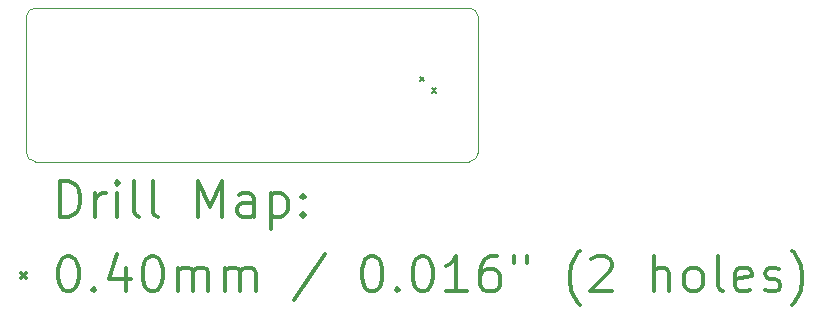
<source format=gbr>
%FSLAX45Y45*%
G04 Gerber Fmt 4.5, Leading zero omitted, Abs format (unit mm)*
G04 Created by KiCad (PCBNEW (5.1.5)-3) date 2021-10-17 15:34:26*
%MOMM*%
%LPD*%
G04 APERTURE LIST*
%TA.AperFunction,Profile*%
%ADD10C,0.050000*%
%TD*%
%ADD11C,0.200000*%
%ADD12C,0.300000*%
G04 APERTURE END LIST*
D10*
X17550000Y-6925000D02*
G75*
G02X17625000Y-6850000I75000J0D01*
G01*
X17625000Y-8150000D02*
G75*
G02X17550000Y-8075000I0J75000D01*
G01*
X21375000Y-8075000D02*
G75*
G02X21300000Y-8150000I-75000J0D01*
G01*
X21300000Y-6850000D02*
G75*
G02X21375000Y-6925000I0J-75000D01*
G01*
X21300000Y-6850000D02*
X17625000Y-6850000D01*
X21375000Y-8075000D02*
X21375000Y-6925000D01*
X17625000Y-8150000D02*
X21300000Y-8150000D01*
X17550000Y-6925000D02*
X17550000Y-8075000D01*
D11*
X20880000Y-7430000D02*
X20920000Y-7470000D01*
X20920000Y-7430000D02*
X20880000Y-7470000D01*
X20980000Y-7530000D02*
X21020000Y-7570000D01*
X21020000Y-7530000D02*
X20980000Y-7570000D01*
D12*
X17833928Y-8618214D02*
X17833928Y-8318214D01*
X17905357Y-8318214D01*
X17948214Y-8332500D01*
X17976786Y-8361071D01*
X17991071Y-8389643D01*
X18005357Y-8446786D01*
X18005357Y-8489643D01*
X17991071Y-8546786D01*
X17976786Y-8575357D01*
X17948214Y-8603929D01*
X17905357Y-8618214D01*
X17833928Y-8618214D01*
X18133928Y-8618214D02*
X18133928Y-8418214D01*
X18133928Y-8475357D02*
X18148214Y-8446786D01*
X18162500Y-8432500D01*
X18191071Y-8418214D01*
X18219643Y-8418214D01*
X18319643Y-8618214D02*
X18319643Y-8418214D01*
X18319643Y-8318214D02*
X18305357Y-8332500D01*
X18319643Y-8346786D01*
X18333928Y-8332500D01*
X18319643Y-8318214D01*
X18319643Y-8346786D01*
X18505357Y-8618214D02*
X18476786Y-8603929D01*
X18462500Y-8575357D01*
X18462500Y-8318214D01*
X18662500Y-8618214D02*
X18633928Y-8603929D01*
X18619643Y-8575357D01*
X18619643Y-8318214D01*
X19005357Y-8618214D02*
X19005357Y-8318214D01*
X19105357Y-8532500D01*
X19205357Y-8318214D01*
X19205357Y-8618214D01*
X19476786Y-8618214D02*
X19476786Y-8461072D01*
X19462500Y-8432500D01*
X19433928Y-8418214D01*
X19376786Y-8418214D01*
X19348214Y-8432500D01*
X19476786Y-8603929D02*
X19448214Y-8618214D01*
X19376786Y-8618214D01*
X19348214Y-8603929D01*
X19333928Y-8575357D01*
X19333928Y-8546786D01*
X19348214Y-8518214D01*
X19376786Y-8503929D01*
X19448214Y-8503929D01*
X19476786Y-8489643D01*
X19619643Y-8418214D02*
X19619643Y-8718214D01*
X19619643Y-8432500D02*
X19648214Y-8418214D01*
X19705357Y-8418214D01*
X19733928Y-8432500D01*
X19748214Y-8446786D01*
X19762500Y-8475357D01*
X19762500Y-8561072D01*
X19748214Y-8589643D01*
X19733928Y-8603929D01*
X19705357Y-8618214D01*
X19648214Y-8618214D01*
X19619643Y-8603929D01*
X19891071Y-8589643D02*
X19905357Y-8603929D01*
X19891071Y-8618214D01*
X19876786Y-8603929D01*
X19891071Y-8589643D01*
X19891071Y-8618214D01*
X19891071Y-8432500D02*
X19905357Y-8446786D01*
X19891071Y-8461072D01*
X19876786Y-8446786D01*
X19891071Y-8432500D01*
X19891071Y-8461072D01*
X17507500Y-9092500D02*
X17547500Y-9132500D01*
X17547500Y-9092500D02*
X17507500Y-9132500D01*
X17891071Y-8948214D02*
X17919643Y-8948214D01*
X17948214Y-8962500D01*
X17962500Y-8976786D01*
X17976786Y-9005357D01*
X17991071Y-9062500D01*
X17991071Y-9133929D01*
X17976786Y-9191072D01*
X17962500Y-9219643D01*
X17948214Y-9233929D01*
X17919643Y-9248214D01*
X17891071Y-9248214D01*
X17862500Y-9233929D01*
X17848214Y-9219643D01*
X17833928Y-9191072D01*
X17819643Y-9133929D01*
X17819643Y-9062500D01*
X17833928Y-9005357D01*
X17848214Y-8976786D01*
X17862500Y-8962500D01*
X17891071Y-8948214D01*
X18119643Y-9219643D02*
X18133928Y-9233929D01*
X18119643Y-9248214D01*
X18105357Y-9233929D01*
X18119643Y-9219643D01*
X18119643Y-9248214D01*
X18391071Y-9048214D02*
X18391071Y-9248214D01*
X18319643Y-8933929D02*
X18248214Y-9148214D01*
X18433928Y-9148214D01*
X18605357Y-8948214D02*
X18633928Y-8948214D01*
X18662500Y-8962500D01*
X18676786Y-8976786D01*
X18691071Y-9005357D01*
X18705357Y-9062500D01*
X18705357Y-9133929D01*
X18691071Y-9191072D01*
X18676786Y-9219643D01*
X18662500Y-9233929D01*
X18633928Y-9248214D01*
X18605357Y-9248214D01*
X18576786Y-9233929D01*
X18562500Y-9219643D01*
X18548214Y-9191072D01*
X18533928Y-9133929D01*
X18533928Y-9062500D01*
X18548214Y-9005357D01*
X18562500Y-8976786D01*
X18576786Y-8962500D01*
X18605357Y-8948214D01*
X18833928Y-9248214D02*
X18833928Y-9048214D01*
X18833928Y-9076786D02*
X18848214Y-9062500D01*
X18876786Y-9048214D01*
X18919643Y-9048214D01*
X18948214Y-9062500D01*
X18962500Y-9091072D01*
X18962500Y-9248214D01*
X18962500Y-9091072D02*
X18976786Y-9062500D01*
X19005357Y-9048214D01*
X19048214Y-9048214D01*
X19076786Y-9062500D01*
X19091071Y-9091072D01*
X19091071Y-9248214D01*
X19233928Y-9248214D02*
X19233928Y-9048214D01*
X19233928Y-9076786D02*
X19248214Y-9062500D01*
X19276786Y-9048214D01*
X19319643Y-9048214D01*
X19348214Y-9062500D01*
X19362500Y-9091072D01*
X19362500Y-9248214D01*
X19362500Y-9091072D02*
X19376786Y-9062500D01*
X19405357Y-9048214D01*
X19448214Y-9048214D01*
X19476786Y-9062500D01*
X19491071Y-9091072D01*
X19491071Y-9248214D01*
X20076786Y-8933929D02*
X19819643Y-9319643D01*
X20462500Y-8948214D02*
X20491071Y-8948214D01*
X20519643Y-8962500D01*
X20533928Y-8976786D01*
X20548214Y-9005357D01*
X20562500Y-9062500D01*
X20562500Y-9133929D01*
X20548214Y-9191072D01*
X20533928Y-9219643D01*
X20519643Y-9233929D01*
X20491071Y-9248214D01*
X20462500Y-9248214D01*
X20433928Y-9233929D01*
X20419643Y-9219643D01*
X20405357Y-9191072D01*
X20391071Y-9133929D01*
X20391071Y-9062500D01*
X20405357Y-9005357D01*
X20419643Y-8976786D01*
X20433928Y-8962500D01*
X20462500Y-8948214D01*
X20691071Y-9219643D02*
X20705357Y-9233929D01*
X20691071Y-9248214D01*
X20676786Y-9233929D01*
X20691071Y-9219643D01*
X20691071Y-9248214D01*
X20891071Y-8948214D02*
X20919643Y-8948214D01*
X20948214Y-8962500D01*
X20962500Y-8976786D01*
X20976786Y-9005357D01*
X20991071Y-9062500D01*
X20991071Y-9133929D01*
X20976786Y-9191072D01*
X20962500Y-9219643D01*
X20948214Y-9233929D01*
X20919643Y-9248214D01*
X20891071Y-9248214D01*
X20862500Y-9233929D01*
X20848214Y-9219643D01*
X20833928Y-9191072D01*
X20819643Y-9133929D01*
X20819643Y-9062500D01*
X20833928Y-9005357D01*
X20848214Y-8976786D01*
X20862500Y-8962500D01*
X20891071Y-8948214D01*
X21276786Y-9248214D02*
X21105357Y-9248214D01*
X21191071Y-9248214D02*
X21191071Y-8948214D01*
X21162500Y-8991072D01*
X21133928Y-9019643D01*
X21105357Y-9033929D01*
X21533928Y-8948214D02*
X21476786Y-8948214D01*
X21448214Y-8962500D01*
X21433928Y-8976786D01*
X21405357Y-9019643D01*
X21391071Y-9076786D01*
X21391071Y-9191072D01*
X21405357Y-9219643D01*
X21419643Y-9233929D01*
X21448214Y-9248214D01*
X21505357Y-9248214D01*
X21533928Y-9233929D01*
X21548214Y-9219643D01*
X21562500Y-9191072D01*
X21562500Y-9119643D01*
X21548214Y-9091072D01*
X21533928Y-9076786D01*
X21505357Y-9062500D01*
X21448214Y-9062500D01*
X21419643Y-9076786D01*
X21405357Y-9091072D01*
X21391071Y-9119643D01*
X21676786Y-8948214D02*
X21676786Y-9005357D01*
X21791071Y-8948214D02*
X21791071Y-9005357D01*
X22233928Y-9362500D02*
X22219643Y-9348214D01*
X22191071Y-9305357D01*
X22176786Y-9276786D01*
X22162500Y-9233929D01*
X22148214Y-9162500D01*
X22148214Y-9105357D01*
X22162500Y-9033929D01*
X22176786Y-8991072D01*
X22191071Y-8962500D01*
X22219643Y-8919643D01*
X22233928Y-8905357D01*
X22333928Y-8976786D02*
X22348214Y-8962500D01*
X22376786Y-8948214D01*
X22448214Y-8948214D01*
X22476786Y-8962500D01*
X22491071Y-8976786D01*
X22505357Y-9005357D01*
X22505357Y-9033929D01*
X22491071Y-9076786D01*
X22319643Y-9248214D01*
X22505357Y-9248214D01*
X22862500Y-9248214D02*
X22862500Y-8948214D01*
X22991071Y-9248214D02*
X22991071Y-9091072D01*
X22976786Y-9062500D01*
X22948214Y-9048214D01*
X22905357Y-9048214D01*
X22876786Y-9062500D01*
X22862500Y-9076786D01*
X23176786Y-9248214D02*
X23148214Y-9233929D01*
X23133928Y-9219643D01*
X23119643Y-9191072D01*
X23119643Y-9105357D01*
X23133928Y-9076786D01*
X23148214Y-9062500D01*
X23176786Y-9048214D01*
X23219643Y-9048214D01*
X23248214Y-9062500D01*
X23262500Y-9076786D01*
X23276786Y-9105357D01*
X23276786Y-9191072D01*
X23262500Y-9219643D01*
X23248214Y-9233929D01*
X23219643Y-9248214D01*
X23176786Y-9248214D01*
X23448214Y-9248214D02*
X23419643Y-9233929D01*
X23405357Y-9205357D01*
X23405357Y-8948214D01*
X23676786Y-9233929D02*
X23648214Y-9248214D01*
X23591071Y-9248214D01*
X23562500Y-9233929D01*
X23548214Y-9205357D01*
X23548214Y-9091072D01*
X23562500Y-9062500D01*
X23591071Y-9048214D01*
X23648214Y-9048214D01*
X23676786Y-9062500D01*
X23691071Y-9091072D01*
X23691071Y-9119643D01*
X23548214Y-9148214D01*
X23805357Y-9233929D02*
X23833928Y-9248214D01*
X23891071Y-9248214D01*
X23919643Y-9233929D01*
X23933928Y-9205357D01*
X23933928Y-9191072D01*
X23919643Y-9162500D01*
X23891071Y-9148214D01*
X23848214Y-9148214D01*
X23819643Y-9133929D01*
X23805357Y-9105357D01*
X23805357Y-9091072D01*
X23819643Y-9062500D01*
X23848214Y-9048214D01*
X23891071Y-9048214D01*
X23919643Y-9062500D01*
X24033928Y-9362500D02*
X24048214Y-9348214D01*
X24076786Y-9305357D01*
X24091071Y-9276786D01*
X24105357Y-9233929D01*
X24119643Y-9162500D01*
X24119643Y-9105357D01*
X24105357Y-9033929D01*
X24091071Y-8991072D01*
X24076786Y-8962500D01*
X24048214Y-8919643D01*
X24033928Y-8905357D01*
M02*

</source>
